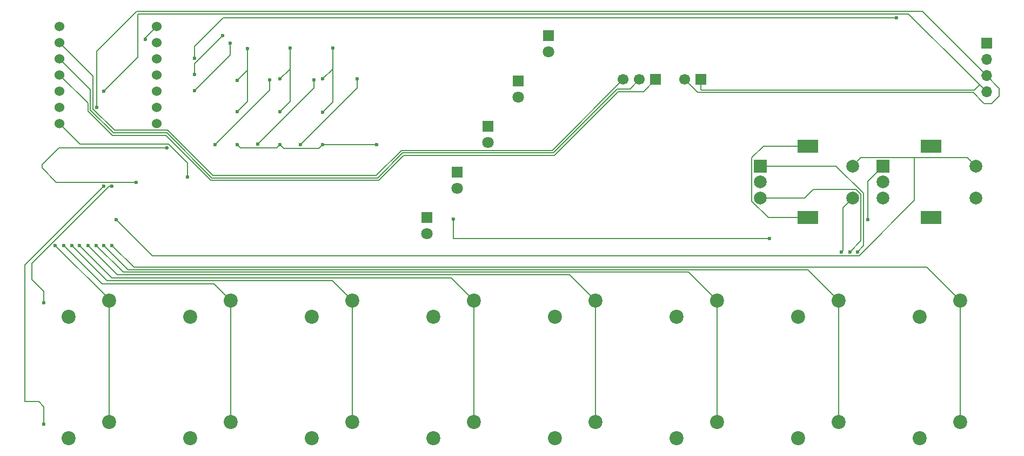
<source format=gbr>
%TF.GenerationSoftware,KiCad,Pcbnew,9.0.6*%
%TF.CreationDate,2025-12-14T23:03:34+01:00*%
%TF.ProjectId,KiCad-Diynamic-Project-Display-Module,4b694361-642d-4446-9979-6e616d69632d,rev?*%
%TF.SameCoordinates,Original*%
%TF.FileFunction,Copper,L2,Bot*%
%TF.FilePolarity,Positive*%
%FSLAX46Y46*%
G04 Gerber Fmt 4.6, Leading zero omitted, Abs format (unit mm)*
G04 Created by KiCad (PCBNEW 9.0.6) date 2025-12-14 23:03:34*
%MOMM*%
%LPD*%
G01*
G04 APERTURE LIST*
%TA.AperFunction,ComponentPad*%
%ADD10R,2.000000X2.000000*%
%TD*%
%TA.AperFunction,ComponentPad*%
%ADD11C,2.000000*%
%TD*%
%TA.AperFunction,ComponentPad*%
%ADD12R,3.200000X2.000000*%
%TD*%
%TA.AperFunction,ComponentPad*%
%ADD13C,2.200000*%
%TD*%
%TA.AperFunction,ComponentPad*%
%ADD14C,1.524000*%
%TD*%
%TA.AperFunction,ComponentPad*%
%ADD15R,1.700000X1.700000*%
%TD*%
%TA.AperFunction,ComponentPad*%
%ADD16O,1.700000X1.700000*%
%TD*%
%TA.AperFunction,ComponentPad*%
%ADD17R,1.800000X1.800000*%
%TD*%
%TA.AperFunction,ComponentPad*%
%ADD18C,1.800000*%
%TD*%
%TA.AperFunction,ComponentPad*%
%ADD19C,1.700000*%
%TD*%
%TA.AperFunction,ViaPad*%
%ADD20C,0.600000*%
%TD*%
%TA.AperFunction,Conductor*%
%ADD21C,0.200000*%
%TD*%
G04 APERTURE END LIST*
D10*
%TO.P,SW17,A,A*%
%TO.N,/SW17.A*%
X183143750Y-71437500D03*
D11*
%TO.P,SW17,B,B*%
%TO.N,/SW17.B*%
X183143750Y-76437500D03*
%TO.P,SW17,C,C*%
%TO.N,GND*%
X183143750Y-73937500D03*
D12*
%TO.P,SW17,MP,MP*%
%TO.N,unconnected-(SW17-PadMP)*%
X190643750Y-68337500D03*
X190643750Y-79537500D03*
D11*
%TO.P,SW17,S1,S1*%
%TO.N,/SW17.S*%
X197643750Y-76437500D03*
%TO.P,SW17,S2,S2*%
%TO.N,/COL9*%
X197643750Y-71437500D03*
%TD*%
D10*
%TO.P,SW18,A,A*%
%TO.N,/SW18.A*%
X202406250Y-71437500D03*
D11*
%TO.P,SW18,B,B*%
%TO.N,/SW18.B*%
X202406250Y-76437500D03*
%TO.P,SW18,C,C*%
%TO.N,GND*%
X202406250Y-73937500D03*
D12*
%TO.P,SW18,MP,MP*%
%TO.N,unconnected-(SW18-PadMP)*%
X209906250Y-68337500D03*
X209906250Y-79537500D03*
D11*
%TO.P,SW18,S1,S1*%
%TO.N,/SW18.S*%
X216906250Y-76437500D03*
%TO.P,SW18,S2,S2*%
%TO.N,/COL9*%
X216906250Y-71437500D03*
%TD*%
D13*
%TO.P,SW16,1,1*%
%TO.N,/COL8*%
X214471250Y-92551250D03*
%TO.P,SW16,2,2*%
%TO.N,Net-(D29-A)*%
X208121250Y-95091250D03*
%TD*%
%TO.P,SW10,1,1*%
%TO.N,/COL2*%
X100171250Y-92551250D03*
%TO.P,SW10,2,2*%
%TO.N,Net-(D23-A)*%
X93821250Y-95091250D03*
%TD*%
%TO.P,SW3,1,1*%
%TO.N,/COL3*%
X119221250Y-111601250D03*
%TO.P,SW3,2,2*%
%TO.N,Net-(D32-A)*%
X112871250Y-114141250D03*
%TD*%
%TO.P,SW6,1,1*%
%TO.N,/COL6*%
X176371250Y-111601250D03*
%TO.P,SW6,2,2*%
%TO.N,Net-(D35-A)*%
X170021250Y-114141250D03*
%TD*%
%TO.P,SW2,1,1*%
%TO.N,/COL2*%
X100171250Y-111601250D03*
%TO.P,SW2,2,2*%
%TO.N,Net-(D31-A)*%
X93821250Y-114141250D03*
%TD*%
%TO.P,SW14,1,1*%
%TO.N,/COL6*%
X176371250Y-92551250D03*
%TO.P,SW14,2,2*%
%TO.N,Net-(D27-A)*%
X170021250Y-95091250D03*
%TD*%
%TO.P,SW12,1,1*%
%TO.N,/COL4*%
X138271250Y-92551250D03*
%TO.P,SW12,2,2*%
%TO.N,Net-(D25-A)*%
X131921250Y-95091250D03*
%TD*%
%TO.P,SW8,1,1*%
%TO.N,/COL8*%
X214471250Y-111601250D03*
%TO.P,SW8,2,2*%
%TO.N,Net-(D37-A)*%
X208121250Y-114141250D03*
%TD*%
%TO.P,SW7,1,1*%
%TO.N,/COL7*%
X195421250Y-111601250D03*
%TO.P,SW7,2,2*%
%TO.N,Net-(D36-A)*%
X189071250Y-114141250D03*
%TD*%
%TO.P,SW5,1,1*%
%TO.N,/COL5*%
X157321250Y-111601250D03*
%TO.P,SW5,2,2*%
%TO.N,Net-(D34-A)*%
X150971250Y-114141250D03*
%TD*%
%TO.P,SW13,1,1*%
%TO.N,/COL5*%
X157321250Y-92551250D03*
%TO.P,SW13,2,2*%
%TO.N,Net-(D26-A)*%
X150971250Y-95091250D03*
%TD*%
%TO.P,SW9,1,1*%
%TO.N,/COL1*%
X81121250Y-92551250D03*
%TO.P,SW9,2,2*%
%TO.N,Net-(D22-A)*%
X74771250Y-95091250D03*
%TD*%
%TO.P,SW4,1,1*%
%TO.N,/COL4*%
X138271250Y-111601250D03*
%TO.P,SW4,2,2*%
%TO.N,Net-(D33-A)*%
X131921250Y-114141250D03*
%TD*%
%TO.P,SW11,1,1*%
%TO.N,/COL3*%
X119221250Y-92551250D03*
%TO.P,SW11,2,2*%
%TO.N,Net-(D24-A)*%
X112871250Y-95091250D03*
%TD*%
%TO.P,SW1,1,1*%
%TO.N,/COL1*%
X81121250Y-111601250D03*
%TO.P,SW1,2,2*%
%TO.N,Net-(D30-A)*%
X74771250Y-114141250D03*
%TD*%
%TO.P,SW15,1,1*%
%TO.N,/COL7*%
X195421250Y-92551250D03*
%TO.P,SW15,2,2*%
%TO.N,Net-(D28-A)*%
X189071250Y-95091250D03*
%TD*%
D14*
%TO.P,U1,1,GPIO26/ADC0/A0*%
%TO.N,Net-(D1-DIN)*%
X73342500Y-49530000D03*
%TO.P,U1,2,GPIO27/ADC1/A1*%
%TO.N,Net-(J1-Pin_3)*%
X73342500Y-52070000D03*
%TO.P,U1,3,GPIO28/ADC2/A2*%
%TO.N,Net-(J1-Pin_2)*%
X73342500Y-54610000D03*
%TO.P,U1,4,GPIO29/ADC3/A3*%
%TO.N,Net-(J1-Pin_1)*%
X73342500Y-57150000D03*
%TO.P,U1,5,GPIO6/SDA*%
%TO.N,/SDA*%
X73342500Y-59690000D03*
%TO.P,U1,6,GPIO7/SCL*%
%TO.N,/SCL*%
X73342500Y-62230000D03*
%TO.P,U1,7,GPIO0/TX*%
%TO.N,Net-(U1-GPIO0{slash}TX)*%
X73342500Y-64770000D03*
%TO.P,U1,8,GPIO1/RX*%
%TO.N,Net-(U1-GPIO1{slash}RX)*%
X88582500Y-64770000D03*
%TO.P,U1,9,GPIO2/SCK*%
%TO.N,Net-(U1-GPIO2{slash}SCK)*%
X88582500Y-62230000D03*
%TO.P,U1,10,GPIO4/MISO*%
%TO.N,Net-(U1-GPIO4{slash}MISO)*%
X88582500Y-59690000D03*
%TO.P,U1,11,GPIO3/MOSI*%
%TO.N,Net-(U1-GPIO3{slash}MOSI)*%
X88582500Y-57150000D03*
%TO.P,U1,12,3V3*%
%TO.N,+3.3V*%
X88582500Y-54610000D03*
%TO.P,U1,13,GND*%
%TO.N,GND*%
X88582500Y-52070000D03*
%TO.P,U1,14,VBUS*%
%TO.N,+5V*%
X88582500Y-49530000D03*
%TD*%
D15*
%TO.P,Brd1,1,VCC*%
%TO.N,+3.3V*%
X218600000Y-52190000D03*
D16*
%TO.P,Brd1,2,GND*%
%TO.N,GND*%
X218600000Y-54730000D03*
%TO.P,Brd1,3,SCL*%
%TO.N,/SCL*%
X218600000Y-57270000D03*
%TO.P,Brd1,4,SDA*%
%TO.N,/SDA*%
X218600000Y-59810000D03*
%TD*%
D17*
%TO.P,D21,1,K*%
%TO.N,GND*%
X130937500Y-79543750D03*
D18*
%TO.P,D21,2,A*%
%TO.N,Net-(D21-A)*%
X130937500Y-82083750D03*
%TD*%
D17*
%TO.P,D18,1,K*%
%TO.N,GND*%
X145225000Y-58112500D03*
D18*
%TO.P,D18,2,A*%
%TO.N,Net-(D18-A)*%
X145225000Y-60652500D03*
%TD*%
D17*
%TO.P,D19,1,K*%
%TO.N,GND*%
X140462500Y-65256250D03*
D18*
%TO.P,D19,2,A*%
%TO.N,Net-(D19-A)*%
X140462500Y-67796250D03*
%TD*%
D17*
%TO.P,D20,1,K*%
%TO.N,GND*%
X135700000Y-72400000D03*
D18*
%TO.P,D20,2,A*%
%TO.N,Net-(D20-A)*%
X135700000Y-74940000D03*
%TD*%
D17*
%TO.P,D17,1,K*%
%TO.N,GND*%
X149987500Y-50968750D03*
D18*
%TO.P,D17,2,A*%
%TO.N,Net-(D17-A)*%
X149987500Y-53508750D03*
%TD*%
D15*
%TO.P,J2,1,Pin_1*%
%TO.N,/SDA*%
X173880000Y-57885000D03*
D19*
%TO.P,J2,2,Pin_2*%
%TO.N,/SCL*%
X171340000Y-57885000D03*
%TD*%
D15*
%TO.P,J1,1,Pin_1*%
%TO.N,Net-(J1-Pin_1)*%
X166740000Y-57885000D03*
D19*
%TO.P,J1,2,Pin_2*%
%TO.N,Net-(J1-Pin_2)*%
X164200000Y-57885000D03*
%TO.P,J1,3,Pin_3*%
%TO.N,Net-(J1-Pin_3)*%
X161660000Y-57885000D03*
%TD*%
D20*
%TO.N,GND*%
X184600000Y-82800000D03*
X135100000Y-79800000D03*
%TO.N,+5V*%
X107900000Y-57800000D03*
X116200000Y-52967500D03*
X86800000Y-51600000D03*
X90200000Y-68600000D03*
X114600000Y-57800000D03*
X101200000Y-68100000D03*
X107900000Y-68100000D03*
X101200000Y-62900000D03*
X102800000Y-53000000D03*
X123067500Y-68067500D03*
X107900000Y-62900000D03*
X109500000Y-52967500D03*
X114600000Y-63000000D03*
X114600000Y-68100000D03*
X85400000Y-74000000D03*
X101200000Y-58000000D03*
%TO.N,Net-(D4-DOUT)*%
X106300000Y-57900000D03*
X97700000Y-68100000D03*
%TO.N,Net-(D8-DOUT)*%
X104400000Y-68000000D03*
X113200000Y-57900000D03*
%TO.N,Net-(D12-DOUT)*%
X111100000Y-68100000D03*
X120000000Y-57800000D03*
%TO.N,/ROW1*%
X70900000Y-92868750D03*
X81600000Y-74600000D03*
%TO.N,/ROW2*%
X80300764Y-74600764D03*
X70900000Y-111918750D03*
%TO.N,Net-(U1-GPIO3{slash}MOSI)*%
X98900000Y-51000000D03*
X94500000Y-57100000D03*
%TO.N,Net-(U1-GPIO4{slash}MISO)*%
X100100000Y-52200000D03*
X94500000Y-59600000D03*
%TO.N,Net-(U1-GPIO0{slash}TX)*%
X93400000Y-73200000D03*
%TO.N,/COL1*%
X72700000Y-83900000D03*
%TO.N,/COL2*%
X74000000Y-83900000D03*
%TO.N,/COL3*%
X75300000Y-83900000D03*
%TO.N,/COL4*%
X76500000Y-83900000D03*
%TO.N,/COL5*%
X77800000Y-83900000D03*
%TO.N,/COL6*%
X79100000Y-83900000D03*
%TO.N,/COL7*%
X80300000Y-83900000D03*
%TO.N,/COL8*%
X81600000Y-83900000D03*
%TO.N,/SW17.A*%
X198400000Y-84900000D03*
%TO.N,+3.3V*%
X204500000Y-48200000D03*
X94525735Y-54525735D03*
%TO.N,/SW17.S*%
X195900000Y-84900000D03*
%TO.N,/SW17.B*%
X197200000Y-84900000D03*
%TO.N,/SW18.A*%
X200000000Y-79900000D03*
%TO.N,/SDA*%
X80257100Y-59690000D03*
%TO.N,/SCL*%
X79200000Y-62230000D03*
%TO.N,/COL9*%
X82267500Y-79900000D03*
%TD*%
D21*
%TO.N,GND*%
X184600000Y-82800000D02*
X135100000Y-82800000D01*
X135100000Y-79800000D02*
X135100000Y-82800000D01*
%TO.N,+5V*%
X73250057Y-68600000D02*
X90200000Y-68600000D01*
X85400000Y-74000000D02*
X72850057Y-74000000D01*
X116200000Y-56200000D02*
X116200000Y-52967500D01*
X108501000Y-68701000D02*
X113999000Y-68701000D01*
X101701000Y-68601000D02*
X107399000Y-68601000D01*
X70599000Y-71251057D02*
X73250057Y-68600000D01*
X113999000Y-68701000D02*
X114600000Y-68100000D01*
X72850057Y-74000000D02*
X70599000Y-71748943D01*
X107399000Y-68601000D02*
X107900000Y-68100000D01*
X116200000Y-61400000D02*
X116200000Y-56200000D01*
X102800000Y-56400000D02*
X102800000Y-53000000D01*
X107900000Y-57800000D02*
X109400000Y-56300000D01*
X107900000Y-62900000D02*
X109500000Y-61300000D01*
X114600000Y-57800000D02*
X116200000Y-56200000D01*
X109500000Y-56300000D02*
X109500000Y-52967500D01*
X102800000Y-61300000D02*
X102800000Y-56400000D01*
X109400000Y-56300000D02*
X109500000Y-56300000D01*
X114600000Y-68100000D02*
X123035000Y-68100000D01*
X114600000Y-63000000D02*
X116200000Y-61400000D01*
X101200000Y-62900000D02*
X102800000Y-61300000D01*
X86800000Y-51600000D02*
X86800000Y-51312500D01*
X109500000Y-61300000D02*
X109500000Y-56300000D01*
X70599000Y-71748943D02*
X70599000Y-71251057D01*
X86800000Y-51312500D02*
X88582500Y-49530000D01*
X101200000Y-58000000D02*
X102800000Y-56400000D01*
X101200000Y-68100000D02*
X101701000Y-68601000D01*
X107900000Y-68100000D02*
X108501000Y-68701000D01*
%TO.N,Net-(D4-DOUT)*%
X97700000Y-68100000D02*
X106300000Y-59500000D01*
X106300000Y-59500000D02*
X106300000Y-57900000D01*
%TO.N,Net-(D8-DOUT)*%
X113200000Y-59200000D02*
X113200000Y-57900000D01*
X104400000Y-68000000D02*
X113200000Y-59200000D01*
%TO.N,Net-(D12-DOUT)*%
X120000000Y-59200000D02*
X120000000Y-57800000D01*
X111100000Y-68100000D02*
X120000000Y-59200000D01*
%TO.N,/ROW1*%
X81150057Y-74600000D02*
X81600000Y-74600000D01*
X69056250Y-89300000D02*
X69056250Y-86693807D01*
X70900000Y-91143750D02*
X70900000Y-92868750D01*
X69056250Y-89300000D02*
X70900000Y-91143750D01*
X69056250Y-86693807D02*
X81150057Y-74600000D01*
%TO.N,/ROW2*%
X67955250Y-86946278D02*
X80300764Y-74600764D01*
X67955250Y-108400000D02*
X67955250Y-86946278D01*
X70100000Y-108400000D02*
X70900000Y-109200000D01*
X67955250Y-108400000D02*
X70100000Y-108400000D01*
X70900000Y-109200000D02*
X70900000Y-111918750D01*
%TO.N,Net-(U1-GPIO3{slash}MOSI)*%
X94500000Y-55400000D02*
X94500000Y-57100000D01*
X98900000Y-51000000D02*
X94500000Y-55400000D01*
%TO.N,Net-(U1-GPIO4{slash}MISO)*%
X100100000Y-52200000D02*
X100100000Y-54000000D01*
X100100000Y-54000000D02*
X94500000Y-59600000D01*
%TO.N,Net-(U1-GPIO0{slash}TX)*%
X73342500Y-64770000D02*
X76571500Y-67999000D01*
X90448943Y-67999000D02*
X93400000Y-70950057D01*
X76571500Y-67999000D02*
X90448943Y-67999000D01*
X93400000Y-73200000D02*
X93400000Y-70950057D01*
%TO.N,/COL1*%
X81121250Y-92551250D02*
X81121250Y-92321250D01*
X81121250Y-111601250D02*
X81121250Y-92551250D01*
X81121250Y-92321250D02*
X72700000Y-83900000D01*
%TO.N,/COL2*%
X97520000Y-89900000D02*
X80000000Y-89900000D01*
X100171250Y-111601250D02*
X100171250Y-92551250D01*
X100171250Y-92551250D02*
X97520000Y-89900000D01*
X80000000Y-89900000D02*
X74000000Y-83900000D01*
%TO.N,/COL3*%
X80800000Y-89400000D02*
X75300000Y-83900000D01*
X116070000Y-89400000D02*
X80800000Y-89400000D01*
X119221250Y-111601250D02*
X119221250Y-92551250D01*
X119221250Y-92551250D02*
X116070000Y-89400000D01*
%TO.N,/COL4*%
X134720000Y-89000000D02*
X138271250Y-92551250D01*
X81600000Y-89000000D02*
X134720000Y-89000000D01*
X76500000Y-83900000D02*
X81600000Y-89000000D01*
X138271250Y-111601250D02*
X138271250Y-92551250D01*
%TO.N,/COL5*%
X82400000Y-88500000D02*
X77800000Y-83900000D01*
X157321250Y-92551250D02*
X153270000Y-88500000D01*
X157321250Y-111601250D02*
X157321250Y-92551250D01*
X153270000Y-88500000D02*
X82400000Y-88500000D01*
%TO.N,/COL6*%
X149000000Y-88099000D02*
X83299000Y-88099000D01*
X176371250Y-111601250D02*
X176371250Y-92551250D01*
X176371250Y-92551250D02*
X171919000Y-88099000D01*
X83299000Y-88099000D02*
X79100000Y-83900000D01*
X171919000Y-88099000D02*
X149000000Y-88099000D01*
%TO.N,/COL7*%
X86300000Y-87698000D02*
X84098000Y-87698000D01*
X195421250Y-92551250D02*
X190568000Y-87698000D01*
X144300000Y-87698000D02*
X86300000Y-87698000D01*
X84098000Y-87698000D02*
X80300000Y-83900000D01*
X190568000Y-87698000D02*
X144300000Y-87698000D01*
X195421250Y-111601250D02*
X195421250Y-92551250D01*
%TO.N,/COL8*%
X92900000Y-87297000D02*
X84997000Y-87297000D01*
X84997000Y-87297000D02*
X81600000Y-83900000D01*
X214471250Y-111601250D02*
X214471250Y-92551250D01*
X214471250Y-92551250D02*
X209217000Y-87297000D01*
X209217000Y-87297000D02*
X92900000Y-87297000D01*
%TO.N,unconnected-(SW17-PadMP)*%
X190643750Y-68337500D02*
X183641750Y-68337500D01*
X181842750Y-76976392D02*
X184403858Y-79537500D01*
X183641750Y-68337500D02*
X181842750Y-70136500D01*
X184403858Y-79537500D02*
X190643750Y-79537500D01*
X181842750Y-70136500D02*
X181842750Y-76976392D01*
%TO.N,/SW17.A*%
X195050742Y-71437500D02*
X183143750Y-71437500D01*
X199345750Y-75732508D02*
X195050742Y-71437500D01*
X199345750Y-83954250D02*
X199345750Y-75732508D01*
X198400000Y-84900000D02*
X199345750Y-83954250D01*
%TO.N,+3.3V*%
X174406250Y-48200000D02*
X99000000Y-48200000D01*
X94525735Y-52674265D02*
X94525735Y-54525735D01*
X99000000Y-48200000D02*
X94525735Y-52674265D01*
X174406250Y-48200000D02*
X204500000Y-48200000D01*
%TO.N,/SW17.S*%
X196100000Y-77981250D02*
X197643750Y-76437500D01*
X196100000Y-84700000D02*
X196100000Y-77981250D01*
X195900000Y-84900000D02*
X196100000Y-84700000D01*
%TO.N,/SW17.B*%
X198944750Y-83155250D02*
X198944750Y-75898608D01*
X197200000Y-84900000D02*
X198944750Y-83155250D01*
X198944750Y-75898608D02*
X198182642Y-75136500D01*
X191426063Y-75136500D02*
X190125063Y-76437500D01*
X198182642Y-75136500D02*
X191426063Y-75136500D01*
X190125063Y-76437500D02*
X183143750Y-76437500D01*
%TO.N,/SW18.A*%
X200000000Y-73843750D02*
X200000000Y-79900000D01*
X202406250Y-71437500D02*
X200000000Y-73843750D01*
%TO.N,Net-(J1-Pin_3)*%
X123000000Y-72900000D02*
X126900000Y-69000000D01*
X90300000Y-65800000D02*
X97400000Y-72900000D01*
X81953057Y-65833000D02*
X90267000Y-65833000D01*
X78599000Y-62478943D02*
X81953057Y-65833000D01*
X78599000Y-57326500D02*
X78599000Y-62478943D01*
X150545000Y-69000000D02*
X161660000Y-57885000D01*
X97400000Y-72900000D02*
X123000000Y-72900000D01*
X73342500Y-52070000D02*
X78599000Y-57326500D01*
X126900000Y-69000000D02*
X150545000Y-69000000D01*
X90267000Y-65833000D02*
X90300000Y-65800000D01*
%TO.N,/SDA*%
X215495000Y-56705000D02*
X217495000Y-58705000D01*
X80257100Y-59690000D02*
X85600000Y-54347100D01*
X217495000Y-58705000D02*
X218600000Y-59810000D01*
X216700000Y-59500000D02*
X217495000Y-58705000D01*
X85600000Y-54347100D02*
X85600000Y-47600000D01*
X85600000Y-47600000D02*
X206390000Y-47600000D01*
X173880000Y-59480000D02*
X173900000Y-59500000D01*
X173900000Y-59500000D02*
X216700000Y-59500000D01*
X206390000Y-47600000D02*
X215495000Y-56705000D01*
X173880000Y-57885000D02*
X173880000Y-59480000D01*
%TO.N,/SCL*%
X218150000Y-61550000D02*
X218300000Y-61700000D01*
X220600000Y-60500000D02*
X220600000Y-59270000D01*
X85433900Y-47199000D02*
X208529000Y-47199000D01*
X79200000Y-53432900D02*
X85433900Y-47199000D01*
X218300000Y-61700000D02*
X219400000Y-61700000D01*
X171340000Y-57885000D02*
X173355000Y-59900000D01*
X179100000Y-59900000D02*
X216500000Y-59900000D01*
X173355000Y-59900000D02*
X179100000Y-59900000D01*
X208529000Y-47199000D02*
X218600000Y-57270000D01*
X220600000Y-59270000D02*
X218600000Y-57270000D01*
X216500000Y-59900000D02*
X218150000Y-61550000D01*
X219400000Y-61700000D02*
X220600000Y-60500000D01*
X79200000Y-62230000D02*
X79200000Y-53432900D01*
%TO.N,Net-(J1-Pin_1)*%
X90000800Y-66635000D02*
X97067800Y-73702000D01*
X127266100Y-69802000D02*
X150877200Y-69802000D01*
X73342500Y-57150000D02*
X77797000Y-61604500D01*
X164867950Y-59757050D02*
X166740000Y-57885000D01*
X123366100Y-73702000D02*
X127266100Y-69802000D01*
X150877200Y-69802000D02*
X160922150Y-59757050D01*
X77797000Y-62811143D02*
X81620857Y-66635000D01*
X81620857Y-66635000D02*
X90000800Y-66635000D01*
X97067800Y-73702000D02*
X123366100Y-73702000D01*
X160922150Y-59757050D02*
X164867950Y-59757050D01*
X77797000Y-61604500D02*
X77797000Y-62811143D01*
%TO.N,Net-(J1-Pin_2)*%
X123200000Y-73301000D02*
X127100000Y-69401000D01*
X160756050Y-59356050D02*
X162728950Y-59356050D01*
X81786957Y-66234000D02*
X90166900Y-66234000D01*
X97233900Y-73301000D02*
X123200000Y-73301000D01*
X127100000Y-69401000D02*
X150711100Y-69401000D01*
X162728950Y-59356050D02*
X164200000Y-57885000D01*
X78198000Y-62645043D02*
X81786957Y-66234000D01*
X150711100Y-69401000D02*
X160756050Y-59356050D01*
X78198000Y-59465500D02*
X78198000Y-62645043D01*
X90166900Y-66234000D02*
X97233900Y-73301000D01*
X73342500Y-54610000D02*
X78198000Y-59465500D01*
%TO.N,/COL9*%
X207300000Y-70136500D02*
X215605250Y-70136500D01*
X82267500Y-79900000D02*
X87868500Y-85501000D01*
X198648943Y-85501000D02*
X207300000Y-76849943D01*
X198944750Y-70136500D02*
X207300000Y-70136500D01*
X207300000Y-76849943D02*
X207300000Y-70136500D01*
X197643750Y-71437500D02*
X198944750Y-70136500D01*
X87868500Y-85501000D02*
X198648943Y-85501000D01*
X215605250Y-70136500D02*
X216906250Y-71437500D01*
%TD*%
M02*

</source>
